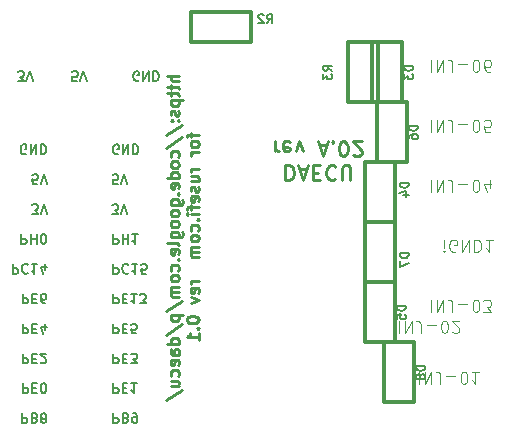
<source format=gbo>
G04 (created by PCBNEW (2013-07-07 BZR 4022)-stable) date 16/12/2013 14:51:33*
%MOIN*%
G04 Gerber Fmt 3.4, Leading zero omitted, Abs format*
%FSLAX34Y34*%
G01*
G70*
G90*
G04 APERTURE LIST*
%ADD10C,0.00590551*%
%ADD11C,0.005*%
%ADD12C,0.01*%
%ADD13C,0.0045*%
%ADD14C,0.012*%
G04 APERTURE END LIST*
G54D10*
G54D11*
X72288Y-47740D02*
X72486Y-47740D01*
X72379Y-47618D01*
X72425Y-47618D01*
X72455Y-47603D01*
X72470Y-47588D01*
X72486Y-47557D01*
X72486Y-47481D01*
X72470Y-47450D01*
X72455Y-47435D01*
X72425Y-47420D01*
X72333Y-47420D01*
X72303Y-47435D01*
X72288Y-47450D01*
X72577Y-47740D02*
X72684Y-47420D01*
X72790Y-47740D01*
X74269Y-47740D02*
X74116Y-47740D01*
X74101Y-47588D01*
X74116Y-47603D01*
X74147Y-47618D01*
X74223Y-47618D01*
X74253Y-47603D01*
X74269Y-47588D01*
X74284Y-47557D01*
X74284Y-47481D01*
X74269Y-47450D01*
X74253Y-47435D01*
X74223Y-47420D01*
X74147Y-47420D01*
X74116Y-47435D01*
X74101Y-47450D01*
X74375Y-47740D02*
X74482Y-47420D01*
X74589Y-47740D01*
X76326Y-47725D02*
X76295Y-47740D01*
X76249Y-47740D01*
X76204Y-47725D01*
X76173Y-47694D01*
X76158Y-47664D01*
X76143Y-47603D01*
X76143Y-47557D01*
X76158Y-47496D01*
X76173Y-47466D01*
X76204Y-47435D01*
X76249Y-47420D01*
X76280Y-47420D01*
X76326Y-47435D01*
X76341Y-47450D01*
X76341Y-47557D01*
X76280Y-47557D01*
X76478Y-47420D02*
X76478Y-47740D01*
X76661Y-47420D01*
X76661Y-47740D01*
X76813Y-47420D02*
X76813Y-47740D01*
X76890Y-47740D01*
X76935Y-47725D01*
X76966Y-47694D01*
X76981Y-47664D01*
X76996Y-47603D01*
X76996Y-47557D01*
X76981Y-47496D01*
X76966Y-47466D01*
X76935Y-47435D01*
X76890Y-47420D01*
X76813Y-47420D01*
X72431Y-58820D02*
X72431Y-59140D01*
X72553Y-59140D01*
X72583Y-59125D01*
X72599Y-59110D01*
X72614Y-59079D01*
X72614Y-59033D01*
X72599Y-59003D01*
X72583Y-58988D01*
X72553Y-58972D01*
X72431Y-58972D01*
X72858Y-58988D02*
X72903Y-58972D01*
X72919Y-58957D01*
X72934Y-58927D01*
X72934Y-58881D01*
X72919Y-58850D01*
X72903Y-58835D01*
X72873Y-58820D01*
X72751Y-58820D01*
X72751Y-59140D01*
X72858Y-59140D01*
X72888Y-59125D01*
X72903Y-59110D01*
X72919Y-59079D01*
X72919Y-59049D01*
X72903Y-59018D01*
X72888Y-59003D01*
X72858Y-58988D01*
X72751Y-58988D01*
X73117Y-59003D02*
X73086Y-59018D01*
X73071Y-59033D01*
X73056Y-59064D01*
X73056Y-59079D01*
X73071Y-59110D01*
X73086Y-59125D01*
X73117Y-59140D01*
X73178Y-59140D01*
X73208Y-59125D01*
X73223Y-59110D01*
X73239Y-59079D01*
X73239Y-59064D01*
X73223Y-59033D01*
X73208Y-59018D01*
X73178Y-59003D01*
X73117Y-59003D01*
X73086Y-58988D01*
X73071Y-58972D01*
X73056Y-58942D01*
X73056Y-58881D01*
X73071Y-58850D01*
X73086Y-58835D01*
X73117Y-58820D01*
X73178Y-58820D01*
X73208Y-58835D01*
X73223Y-58850D01*
X73239Y-58881D01*
X73239Y-58942D01*
X73223Y-58972D01*
X73208Y-58988D01*
X73178Y-59003D01*
X72461Y-57824D02*
X72461Y-58144D01*
X72583Y-58144D01*
X72614Y-58129D01*
X72629Y-58114D01*
X72644Y-58083D01*
X72644Y-58037D01*
X72629Y-58007D01*
X72614Y-57992D01*
X72583Y-57976D01*
X72461Y-57976D01*
X72781Y-57992D02*
X72888Y-57992D01*
X72934Y-57824D02*
X72781Y-57824D01*
X72781Y-58144D01*
X72934Y-58144D01*
X73132Y-58144D02*
X73162Y-58144D01*
X73193Y-58129D01*
X73208Y-58114D01*
X73223Y-58083D01*
X73239Y-58022D01*
X73239Y-57946D01*
X73223Y-57885D01*
X73208Y-57854D01*
X73193Y-57839D01*
X73162Y-57824D01*
X73132Y-57824D01*
X73101Y-57839D01*
X73086Y-57854D01*
X73071Y-57885D01*
X73056Y-57946D01*
X73056Y-58022D01*
X73071Y-58083D01*
X73086Y-58114D01*
X73101Y-58129D01*
X73132Y-58144D01*
X72461Y-56828D02*
X72461Y-57148D01*
X72583Y-57148D01*
X72614Y-57133D01*
X72629Y-57118D01*
X72644Y-57087D01*
X72644Y-57041D01*
X72629Y-57011D01*
X72614Y-56996D01*
X72583Y-56980D01*
X72461Y-56980D01*
X72781Y-56996D02*
X72888Y-56996D01*
X72934Y-56828D02*
X72781Y-56828D01*
X72781Y-57148D01*
X72934Y-57148D01*
X73056Y-57118D02*
X73071Y-57133D01*
X73101Y-57148D01*
X73178Y-57148D01*
X73208Y-57133D01*
X73223Y-57118D01*
X73239Y-57087D01*
X73239Y-57057D01*
X73223Y-57011D01*
X73040Y-56828D01*
X73239Y-56828D01*
X72461Y-55832D02*
X72461Y-56152D01*
X72583Y-56152D01*
X72614Y-56137D01*
X72629Y-56122D01*
X72644Y-56091D01*
X72644Y-56045D01*
X72629Y-56015D01*
X72614Y-56000D01*
X72583Y-55984D01*
X72461Y-55984D01*
X72781Y-56000D02*
X72888Y-56000D01*
X72934Y-55832D02*
X72781Y-55832D01*
X72781Y-56152D01*
X72934Y-56152D01*
X73208Y-56045D02*
X73208Y-55832D01*
X73132Y-56167D02*
X73056Y-55939D01*
X73254Y-55939D01*
X72461Y-54836D02*
X72461Y-55156D01*
X72583Y-55156D01*
X72614Y-55141D01*
X72629Y-55126D01*
X72644Y-55095D01*
X72644Y-55049D01*
X72629Y-55019D01*
X72614Y-55004D01*
X72583Y-54988D01*
X72461Y-54988D01*
X72781Y-55004D02*
X72888Y-55004D01*
X72934Y-54836D02*
X72781Y-54836D01*
X72781Y-55156D01*
X72934Y-55156D01*
X73208Y-55156D02*
X73147Y-55156D01*
X73117Y-55141D01*
X73101Y-55126D01*
X73071Y-55080D01*
X73056Y-55019D01*
X73056Y-54897D01*
X73071Y-54866D01*
X73086Y-54851D01*
X73117Y-54836D01*
X73178Y-54836D01*
X73208Y-54851D01*
X73223Y-54866D01*
X73239Y-54897D01*
X73239Y-54973D01*
X73223Y-55004D01*
X73208Y-55019D01*
X73178Y-55034D01*
X73117Y-55034D01*
X73086Y-55019D01*
X73071Y-55004D01*
X73056Y-54973D01*
X72126Y-53840D02*
X72126Y-54160D01*
X72248Y-54160D01*
X72279Y-54145D01*
X72294Y-54130D01*
X72309Y-54099D01*
X72309Y-54053D01*
X72294Y-54023D01*
X72279Y-54008D01*
X72248Y-53992D01*
X72126Y-53992D01*
X72629Y-53870D02*
X72614Y-53855D01*
X72568Y-53840D01*
X72538Y-53840D01*
X72492Y-53855D01*
X72461Y-53886D01*
X72446Y-53916D01*
X72431Y-53977D01*
X72431Y-54023D01*
X72446Y-54084D01*
X72461Y-54114D01*
X72492Y-54145D01*
X72538Y-54160D01*
X72568Y-54160D01*
X72614Y-54145D01*
X72629Y-54130D01*
X72934Y-53840D02*
X72751Y-53840D01*
X72842Y-53840D02*
X72842Y-54160D01*
X72812Y-54114D01*
X72781Y-54084D01*
X72751Y-54069D01*
X73208Y-54053D02*
X73208Y-53840D01*
X73132Y-54175D02*
X73056Y-53947D01*
X73254Y-53947D01*
X72416Y-52844D02*
X72416Y-53164D01*
X72538Y-53164D01*
X72568Y-53149D01*
X72583Y-53134D01*
X72599Y-53103D01*
X72599Y-53057D01*
X72583Y-53027D01*
X72568Y-53012D01*
X72538Y-52996D01*
X72416Y-52996D01*
X72736Y-52844D02*
X72736Y-53164D01*
X72736Y-53012D02*
X72919Y-53012D01*
X72919Y-52844D02*
X72919Y-53164D01*
X73132Y-53164D02*
X73162Y-53164D01*
X73193Y-53149D01*
X73208Y-53134D01*
X73223Y-53103D01*
X73239Y-53042D01*
X73239Y-52966D01*
X73223Y-52905D01*
X73208Y-52874D01*
X73193Y-52859D01*
X73162Y-52844D01*
X73132Y-52844D01*
X73101Y-52859D01*
X73086Y-52874D01*
X73071Y-52905D01*
X73056Y-52966D01*
X73056Y-53042D01*
X73071Y-53103D01*
X73086Y-53134D01*
X73101Y-53149D01*
X73132Y-53164D01*
X72766Y-52168D02*
X72964Y-52168D01*
X72858Y-52046D01*
X72903Y-52046D01*
X72934Y-52031D01*
X72949Y-52016D01*
X72964Y-51985D01*
X72964Y-51909D01*
X72949Y-51878D01*
X72934Y-51863D01*
X72903Y-51848D01*
X72812Y-51848D01*
X72781Y-51863D01*
X72766Y-51878D01*
X73056Y-52168D02*
X73162Y-51848D01*
X73269Y-52168D01*
X72949Y-51172D02*
X72797Y-51172D01*
X72781Y-51020D01*
X72797Y-51035D01*
X72827Y-51050D01*
X72903Y-51050D01*
X72934Y-51035D01*
X72949Y-51020D01*
X72964Y-50989D01*
X72964Y-50913D01*
X72949Y-50882D01*
X72934Y-50867D01*
X72903Y-50852D01*
X72827Y-50852D01*
X72797Y-50867D01*
X72781Y-50882D01*
X73056Y-51172D02*
X73162Y-50852D01*
X73269Y-51172D01*
X72568Y-50161D02*
X72538Y-50176D01*
X72492Y-50176D01*
X72446Y-50161D01*
X72416Y-50130D01*
X72400Y-50100D01*
X72385Y-50039D01*
X72385Y-49993D01*
X72400Y-49932D01*
X72416Y-49902D01*
X72446Y-49871D01*
X72492Y-49856D01*
X72522Y-49856D01*
X72568Y-49871D01*
X72583Y-49886D01*
X72583Y-49993D01*
X72522Y-49993D01*
X72720Y-49856D02*
X72720Y-50176D01*
X72903Y-49856D01*
X72903Y-50176D01*
X73056Y-49856D02*
X73056Y-50176D01*
X73132Y-50176D01*
X73178Y-50161D01*
X73208Y-50130D01*
X73223Y-50100D01*
X73239Y-50039D01*
X73239Y-49993D01*
X73223Y-49932D01*
X73208Y-49902D01*
X73178Y-49871D01*
X73132Y-49856D01*
X73056Y-49856D01*
X75476Y-58820D02*
X75476Y-59140D01*
X75598Y-59140D01*
X75628Y-59125D01*
X75643Y-59110D01*
X75659Y-59079D01*
X75659Y-59033D01*
X75643Y-59003D01*
X75628Y-58988D01*
X75598Y-58972D01*
X75476Y-58972D01*
X75902Y-58988D02*
X75948Y-58972D01*
X75963Y-58957D01*
X75979Y-58927D01*
X75979Y-58881D01*
X75963Y-58850D01*
X75948Y-58835D01*
X75918Y-58820D01*
X75796Y-58820D01*
X75796Y-59140D01*
X75902Y-59140D01*
X75933Y-59125D01*
X75948Y-59110D01*
X75963Y-59079D01*
X75963Y-59049D01*
X75948Y-59018D01*
X75933Y-59003D01*
X75902Y-58988D01*
X75796Y-58988D01*
X76131Y-58820D02*
X76192Y-58820D01*
X76222Y-58835D01*
X76238Y-58850D01*
X76268Y-58896D01*
X76283Y-58957D01*
X76283Y-59079D01*
X76268Y-59110D01*
X76253Y-59125D01*
X76222Y-59140D01*
X76161Y-59140D01*
X76131Y-59125D01*
X76116Y-59110D01*
X76100Y-59079D01*
X76100Y-59003D01*
X76116Y-58972D01*
X76131Y-58957D01*
X76161Y-58942D01*
X76222Y-58942D01*
X76253Y-58957D01*
X76268Y-58972D01*
X76283Y-59003D01*
X75476Y-57824D02*
X75476Y-58144D01*
X75598Y-58144D01*
X75628Y-58129D01*
X75643Y-58114D01*
X75659Y-58083D01*
X75659Y-58037D01*
X75643Y-58007D01*
X75628Y-57992D01*
X75598Y-57976D01*
X75476Y-57976D01*
X75796Y-57992D02*
X75902Y-57992D01*
X75948Y-57824D02*
X75796Y-57824D01*
X75796Y-58144D01*
X75948Y-58144D01*
X76253Y-57824D02*
X76070Y-57824D01*
X76161Y-57824D02*
X76161Y-58144D01*
X76131Y-58098D01*
X76100Y-58068D01*
X76070Y-58053D01*
X75476Y-56828D02*
X75476Y-57148D01*
X75598Y-57148D01*
X75628Y-57133D01*
X75643Y-57118D01*
X75659Y-57087D01*
X75659Y-57041D01*
X75643Y-57011D01*
X75628Y-56996D01*
X75598Y-56980D01*
X75476Y-56980D01*
X75796Y-56996D02*
X75902Y-56996D01*
X75948Y-56828D02*
X75796Y-56828D01*
X75796Y-57148D01*
X75948Y-57148D01*
X76055Y-57148D02*
X76253Y-57148D01*
X76146Y-57026D01*
X76192Y-57026D01*
X76222Y-57011D01*
X76238Y-56996D01*
X76253Y-56965D01*
X76253Y-56889D01*
X76238Y-56858D01*
X76222Y-56843D01*
X76192Y-56828D01*
X76100Y-56828D01*
X76070Y-56843D01*
X76055Y-56858D01*
X75476Y-55832D02*
X75476Y-56152D01*
X75598Y-56152D01*
X75628Y-56137D01*
X75643Y-56122D01*
X75659Y-56091D01*
X75659Y-56045D01*
X75643Y-56015D01*
X75628Y-56000D01*
X75598Y-55984D01*
X75476Y-55984D01*
X75796Y-56000D02*
X75902Y-56000D01*
X75948Y-55832D02*
X75796Y-55832D01*
X75796Y-56152D01*
X75948Y-56152D01*
X76238Y-56152D02*
X76085Y-56152D01*
X76070Y-56000D01*
X76085Y-56015D01*
X76116Y-56030D01*
X76192Y-56030D01*
X76222Y-56015D01*
X76238Y-56000D01*
X76253Y-55969D01*
X76253Y-55893D01*
X76238Y-55862D01*
X76222Y-55847D01*
X76192Y-55832D01*
X76116Y-55832D01*
X76085Y-55847D01*
X76070Y-55862D01*
X75476Y-54836D02*
X75476Y-55156D01*
X75598Y-55156D01*
X75628Y-55141D01*
X75643Y-55126D01*
X75659Y-55095D01*
X75659Y-55049D01*
X75643Y-55019D01*
X75628Y-55004D01*
X75598Y-54988D01*
X75476Y-54988D01*
X75796Y-55004D02*
X75902Y-55004D01*
X75948Y-54836D02*
X75796Y-54836D01*
X75796Y-55156D01*
X75948Y-55156D01*
X76253Y-54836D02*
X76070Y-54836D01*
X76161Y-54836D02*
X76161Y-55156D01*
X76131Y-55110D01*
X76100Y-55080D01*
X76070Y-55065D01*
X76359Y-55156D02*
X76558Y-55156D01*
X76451Y-55034D01*
X76497Y-55034D01*
X76527Y-55019D01*
X76542Y-55004D01*
X76558Y-54973D01*
X76558Y-54897D01*
X76542Y-54866D01*
X76527Y-54851D01*
X76497Y-54836D01*
X76405Y-54836D01*
X76375Y-54851D01*
X76359Y-54866D01*
X75476Y-53840D02*
X75476Y-54160D01*
X75598Y-54160D01*
X75628Y-54145D01*
X75643Y-54130D01*
X75659Y-54099D01*
X75659Y-54053D01*
X75643Y-54023D01*
X75628Y-54008D01*
X75598Y-53992D01*
X75476Y-53992D01*
X75979Y-53870D02*
X75963Y-53855D01*
X75918Y-53840D01*
X75887Y-53840D01*
X75841Y-53855D01*
X75811Y-53886D01*
X75796Y-53916D01*
X75780Y-53977D01*
X75780Y-54023D01*
X75796Y-54084D01*
X75811Y-54114D01*
X75841Y-54145D01*
X75887Y-54160D01*
X75918Y-54160D01*
X75963Y-54145D01*
X75979Y-54130D01*
X76283Y-53840D02*
X76100Y-53840D01*
X76192Y-53840D02*
X76192Y-54160D01*
X76161Y-54114D01*
X76131Y-54084D01*
X76100Y-54069D01*
X76573Y-54160D02*
X76420Y-54160D01*
X76405Y-54008D01*
X76420Y-54023D01*
X76451Y-54038D01*
X76527Y-54038D01*
X76558Y-54023D01*
X76573Y-54008D01*
X76588Y-53977D01*
X76588Y-53901D01*
X76573Y-53870D01*
X76558Y-53855D01*
X76527Y-53840D01*
X76451Y-53840D01*
X76420Y-53855D01*
X76405Y-53870D01*
X75476Y-52844D02*
X75476Y-53164D01*
X75598Y-53164D01*
X75628Y-53149D01*
X75643Y-53134D01*
X75659Y-53103D01*
X75659Y-53057D01*
X75643Y-53027D01*
X75628Y-53012D01*
X75598Y-52996D01*
X75476Y-52996D01*
X75796Y-52844D02*
X75796Y-53164D01*
X75796Y-53012D02*
X75979Y-53012D01*
X75979Y-52844D02*
X75979Y-53164D01*
X76299Y-52844D02*
X76116Y-52844D01*
X76207Y-52844D02*
X76207Y-53164D01*
X76177Y-53118D01*
X76146Y-53088D01*
X76116Y-53073D01*
X75445Y-52168D02*
X75643Y-52168D01*
X75537Y-52046D01*
X75582Y-52046D01*
X75613Y-52031D01*
X75628Y-52016D01*
X75643Y-51985D01*
X75643Y-51909D01*
X75628Y-51878D01*
X75613Y-51863D01*
X75582Y-51848D01*
X75491Y-51848D01*
X75460Y-51863D01*
X75445Y-51878D01*
X75735Y-52168D02*
X75841Y-51848D01*
X75948Y-52168D01*
X75628Y-51172D02*
X75476Y-51172D01*
X75460Y-51020D01*
X75476Y-51035D01*
X75506Y-51050D01*
X75582Y-51050D01*
X75613Y-51035D01*
X75628Y-51020D01*
X75643Y-50989D01*
X75643Y-50913D01*
X75628Y-50882D01*
X75613Y-50867D01*
X75582Y-50852D01*
X75506Y-50852D01*
X75476Y-50867D01*
X75460Y-50882D01*
X75735Y-51172D02*
X75841Y-50852D01*
X75948Y-51172D01*
X75643Y-50161D02*
X75613Y-50176D01*
X75567Y-50176D01*
X75521Y-50161D01*
X75491Y-50130D01*
X75476Y-50100D01*
X75460Y-50039D01*
X75460Y-49993D01*
X75476Y-49932D01*
X75491Y-49902D01*
X75521Y-49871D01*
X75567Y-49856D01*
X75598Y-49856D01*
X75643Y-49871D01*
X75659Y-49886D01*
X75659Y-49993D01*
X75598Y-49993D01*
X75796Y-49856D02*
X75796Y-50176D01*
X75979Y-49856D01*
X75979Y-50176D01*
X76131Y-49856D02*
X76131Y-50176D01*
X76207Y-50176D01*
X76253Y-50161D01*
X76283Y-50130D01*
X76299Y-50100D01*
X76314Y-50039D01*
X76314Y-49993D01*
X76299Y-49932D01*
X76283Y-49902D01*
X76253Y-49871D01*
X76207Y-49856D01*
X76131Y-49856D01*
G54D12*
X81216Y-50547D02*
X81216Y-51047D01*
X81335Y-51047D01*
X81407Y-51023D01*
X81454Y-50976D01*
X81478Y-50928D01*
X81502Y-50833D01*
X81502Y-50761D01*
X81478Y-50666D01*
X81454Y-50619D01*
X81407Y-50571D01*
X81335Y-50547D01*
X81216Y-50547D01*
X81692Y-50690D02*
X81930Y-50690D01*
X81645Y-50547D02*
X81811Y-51047D01*
X81978Y-50547D01*
X82145Y-50809D02*
X82311Y-50809D01*
X82383Y-50547D02*
X82145Y-50547D01*
X82145Y-51047D01*
X82383Y-51047D01*
X82883Y-50595D02*
X82859Y-50571D01*
X82788Y-50547D01*
X82740Y-50547D01*
X82669Y-50571D01*
X82621Y-50619D01*
X82597Y-50666D01*
X82573Y-50761D01*
X82573Y-50833D01*
X82597Y-50928D01*
X82621Y-50976D01*
X82669Y-51023D01*
X82740Y-51047D01*
X82788Y-51047D01*
X82859Y-51023D01*
X82883Y-51000D01*
X83097Y-51047D02*
X83097Y-50642D01*
X83121Y-50595D01*
X83145Y-50571D01*
X83192Y-50547D01*
X83288Y-50547D01*
X83335Y-50571D01*
X83359Y-50595D01*
X83383Y-50642D01*
X83383Y-51047D01*
X80859Y-49747D02*
X80859Y-50080D01*
X80859Y-49985D02*
X80883Y-50033D01*
X80907Y-50057D01*
X80954Y-50080D01*
X81002Y-50080D01*
X81359Y-49771D02*
X81311Y-49747D01*
X81216Y-49747D01*
X81169Y-49771D01*
X81145Y-49819D01*
X81145Y-50009D01*
X81169Y-50057D01*
X81216Y-50080D01*
X81311Y-50080D01*
X81359Y-50057D01*
X81383Y-50009D01*
X81383Y-49961D01*
X81145Y-49914D01*
X81550Y-50080D02*
X81669Y-49747D01*
X81788Y-50080D01*
X82335Y-49890D02*
X82573Y-49890D01*
X82288Y-49747D02*
X82454Y-50247D01*
X82621Y-49747D01*
X82788Y-49795D02*
X82811Y-49771D01*
X82788Y-49747D01*
X82764Y-49771D01*
X82788Y-49795D01*
X82788Y-49747D01*
X83121Y-50247D02*
X83169Y-50247D01*
X83216Y-50223D01*
X83240Y-50200D01*
X83264Y-50152D01*
X83288Y-50057D01*
X83288Y-49938D01*
X83264Y-49842D01*
X83240Y-49795D01*
X83216Y-49771D01*
X83169Y-49747D01*
X83121Y-49747D01*
X83073Y-49771D01*
X83049Y-49795D01*
X83026Y-49842D01*
X83002Y-49938D01*
X83002Y-50057D01*
X83026Y-50152D01*
X83049Y-50200D01*
X83073Y-50223D01*
X83121Y-50247D01*
X83478Y-50200D02*
X83502Y-50223D01*
X83549Y-50247D01*
X83669Y-50247D01*
X83716Y-50223D01*
X83740Y-50200D01*
X83764Y-50152D01*
X83764Y-50104D01*
X83740Y-50033D01*
X83454Y-49747D01*
X83764Y-49747D01*
X77661Y-47569D02*
X77261Y-47569D01*
X77661Y-47740D02*
X77452Y-47740D01*
X77414Y-47721D01*
X77395Y-47683D01*
X77395Y-47626D01*
X77414Y-47588D01*
X77433Y-47569D01*
X77395Y-47873D02*
X77395Y-48026D01*
X77261Y-47930D02*
X77604Y-47930D01*
X77642Y-47950D01*
X77661Y-47988D01*
X77661Y-48026D01*
X77395Y-48102D02*
X77395Y-48254D01*
X77261Y-48159D02*
X77604Y-48159D01*
X77642Y-48178D01*
X77661Y-48216D01*
X77661Y-48254D01*
X77395Y-48388D02*
X77795Y-48388D01*
X77414Y-48388D02*
X77395Y-48426D01*
X77395Y-48502D01*
X77414Y-48540D01*
X77433Y-48559D01*
X77471Y-48578D01*
X77585Y-48578D01*
X77623Y-48559D01*
X77642Y-48540D01*
X77661Y-48502D01*
X77661Y-48426D01*
X77642Y-48388D01*
X77642Y-48730D02*
X77661Y-48769D01*
X77661Y-48845D01*
X77642Y-48883D01*
X77604Y-48902D01*
X77585Y-48902D01*
X77547Y-48883D01*
X77528Y-48845D01*
X77528Y-48788D01*
X77509Y-48750D01*
X77471Y-48730D01*
X77452Y-48730D01*
X77414Y-48750D01*
X77395Y-48788D01*
X77395Y-48845D01*
X77414Y-48883D01*
X77623Y-49073D02*
X77642Y-49092D01*
X77661Y-49073D01*
X77642Y-49054D01*
X77623Y-49073D01*
X77661Y-49073D01*
X77414Y-49073D02*
X77433Y-49092D01*
X77452Y-49073D01*
X77433Y-49054D01*
X77414Y-49073D01*
X77452Y-49073D01*
X77242Y-49550D02*
X77757Y-49207D01*
X77242Y-49969D02*
X77757Y-49626D01*
X77642Y-50273D02*
X77661Y-50235D01*
X77661Y-50159D01*
X77642Y-50121D01*
X77623Y-50102D01*
X77585Y-50083D01*
X77471Y-50083D01*
X77433Y-50102D01*
X77414Y-50121D01*
X77395Y-50159D01*
X77395Y-50235D01*
X77414Y-50273D01*
X77661Y-50502D02*
X77642Y-50464D01*
X77623Y-50445D01*
X77585Y-50426D01*
X77471Y-50426D01*
X77433Y-50445D01*
X77414Y-50464D01*
X77395Y-50502D01*
X77395Y-50559D01*
X77414Y-50597D01*
X77433Y-50616D01*
X77471Y-50635D01*
X77585Y-50635D01*
X77623Y-50616D01*
X77642Y-50597D01*
X77661Y-50559D01*
X77661Y-50502D01*
X77661Y-50978D02*
X77261Y-50978D01*
X77642Y-50978D02*
X77661Y-50940D01*
X77661Y-50864D01*
X77642Y-50826D01*
X77623Y-50807D01*
X77585Y-50788D01*
X77471Y-50788D01*
X77433Y-50807D01*
X77414Y-50826D01*
X77395Y-50864D01*
X77395Y-50940D01*
X77414Y-50978D01*
X77642Y-51321D02*
X77661Y-51283D01*
X77661Y-51207D01*
X77642Y-51169D01*
X77604Y-51150D01*
X77452Y-51150D01*
X77414Y-51169D01*
X77395Y-51207D01*
X77395Y-51283D01*
X77414Y-51321D01*
X77452Y-51340D01*
X77490Y-51340D01*
X77528Y-51150D01*
X77623Y-51511D02*
X77642Y-51530D01*
X77661Y-51511D01*
X77642Y-51492D01*
X77623Y-51511D01*
X77661Y-51511D01*
X77395Y-51873D02*
X77719Y-51873D01*
X77757Y-51854D01*
X77776Y-51835D01*
X77795Y-51797D01*
X77795Y-51740D01*
X77776Y-51702D01*
X77642Y-51873D02*
X77661Y-51835D01*
X77661Y-51759D01*
X77642Y-51721D01*
X77623Y-51702D01*
X77585Y-51683D01*
X77471Y-51683D01*
X77433Y-51702D01*
X77414Y-51721D01*
X77395Y-51759D01*
X77395Y-51835D01*
X77414Y-51873D01*
X77661Y-52121D02*
X77642Y-52083D01*
X77623Y-52064D01*
X77585Y-52045D01*
X77471Y-52045D01*
X77433Y-52064D01*
X77414Y-52083D01*
X77395Y-52121D01*
X77395Y-52178D01*
X77414Y-52216D01*
X77433Y-52235D01*
X77471Y-52254D01*
X77585Y-52254D01*
X77623Y-52235D01*
X77642Y-52216D01*
X77661Y-52178D01*
X77661Y-52121D01*
X77661Y-52483D02*
X77642Y-52445D01*
X77623Y-52426D01*
X77585Y-52407D01*
X77471Y-52407D01*
X77433Y-52426D01*
X77414Y-52445D01*
X77395Y-52483D01*
X77395Y-52540D01*
X77414Y-52578D01*
X77433Y-52597D01*
X77471Y-52616D01*
X77585Y-52616D01*
X77623Y-52597D01*
X77642Y-52578D01*
X77661Y-52540D01*
X77661Y-52483D01*
X77395Y-52959D02*
X77719Y-52959D01*
X77757Y-52940D01*
X77776Y-52921D01*
X77795Y-52883D01*
X77795Y-52826D01*
X77776Y-52788D01*
X77642Y-52959D02*
X77661Y-52921D01*
X77661Y-52845D01*
X77642Y-52807D01*
X77623Y-52788D01*
X77585Y-52769D01*
X77471Y-52769D01*
X77433Y-52788D01*
X77414Y-52807D01*
X77395Y-52845D01*
X77395Y-52921D01*
X77414Y-52959D01*
X77661Y-53207D02*
X77642Y-53169D01*
X77604Y-53150D01*
X77261Y-53150D01*
X77642Y-53511D02*
X77661Y-53473D01*
X77661Y-53397D01*
X77642Y-53359D01*
X77604Y-53340D01*
X77452Y-53340D01*
X77414Y-53359D01*
X77395Y-53397D01*
X77395Y-53473D01*
X77414Y-53511D01*
X77452Y-53530D01*
X77490Y-53530D01*
X77528Y-53340D01*
X77623Y-53702D02*
X77642Y-53721D01*
X77661Y-53702D01*
X77642Y-53683D01*
X77623Y-53702D01*
X77661Y-53702D01*
X77642Y-54064D02*
X77661Y-54026D01*
X77661Y-53950D01*
X77642Y-53911D01*
X77623Y-53892D01*
X77585Y-53873D01*
X77471Y-53873D01*
X77433Y-53892D01*
X77414Y-53911D01*
X77395Y-53950D01*
X77395Y-54026D01*
X77414Y-54064D01*
X77661Y-54292D02*
X77642Y-54254D01*
X77623Y-54235D01*
X77585Y-54216D01*
X77471Y-54216D01*
X77433Y-54235D01*
X77414Y-54254D01*
X77395Y-54292D01*
X77395Y-54349D01*
X77414Y-54388D01*
X77433Y-54407D01*
X77471Y-54426D01*
X77585Y-54426D01*
X77623Y-54407D01*
X77642Y-54388D01*
X77661Y-54349D01*
X77661Y-54292D01*
X77661Y-54597D02*
X77395Y-54597D01*
X77433Y-54597D02*
X77414Y-54616D01*
X77395Y-54654D01*
X77395Y-54711D01*
X77414Y-54749D01*
X77452Y-54769D01*
X77661Y-54769D01*
X77452Y-54769D02*
X77414Y-54788D01*
X77395Y-54826D01*
X77395Y-54883D01*
X77414Y-54921D01*
X77452Y-54940D01*
X77661Y-54940D01*
X77242Y-55416D02*
X77757Y-55073D01*
X77395Y-55550D02*
X77795Y-55550D01*
X77414Y-55550D02*
X77395Y-55588D01*
X77395Y-55664D01*
X77414Y-55702D01*
X77433Y-55721D01*
X77471Y-55740D01*
X77585Y-55740D01*
X77623Y-55721D01*
X77642Y-55702D01*
X77661Y-55664D01*
X77661Y-55588D01*
X77642Y-55550D01*
X77242Y-56197D02*
X77757Y-55854D01*
X77661Y-56502D02*
X77261Y-56502D01*
X77642Y-56502D02*
X77661Y-56464D01*
X77661Y-56388D01*
X77642Y-56350D01*
X77623Y-56330D01*
X77585Y-56311D01*
X77471Y-56311D01*
X77433Y-56330D01*
X77414Y-56350D01*
X77395Y-56388D01*
X77395Y-56464D01*
X77414Y-56502D01*
X77661Y-56864D02*
X77452Y-56864D01*
X77414Y-56845D01*
X77395Y-56807D01*
X77395Y-56730D01*
X77414Y-56692D01*
X77642Y-56864D02*
X77661Y-56826D01*
X77661Y-56730D01*
X77642Y-56692D01*
X77604Y-56673D01*
X77566Y-56673D01*
X77528Y-56692D01*
X77509Y-56730D01*
X77509Y-56826D01*
X77490Y-56864D01*
X77642Y-57207D02*
X77661Y-57169D01*
X77661Y-57092D01*
X77642Y-57054D01*
X77604Y-57035D01*
X77452Y-57035D01*
X77414Y-57054D01*
X77395Y-57092D01*
X77395Y-57169D01*
X77414Y-57207D01*
X77452Y-57226D01*
X77490Y-57226D01*
X77528Y-57035D01*
X77642Y-57569D02*
X77661Y-57530D01*
X77661Y-57454D01*
X77642Y-57416D01*
X77623Y-57397D01*
X77585Y-57378D01*
X77471Y-57378D01*
X77433Y-57397D01*
X77414Y-57416D01*
X77395Y-57454D01*
X77395Y-57530D01*
X77414Y-57569D01*
X77395Y-57911D02*
X77661Y-57911D01*
X77395Y-57740D02*
X77604Y-57740D01*
X77642Y-57759D01*
X77661Y-57797D01*
X77661Y-57854D01*
X77642Y-57892D01*
X77623Y-57911D01*
X77242Y-58388D02*
X77757Y-58045D01*
X78055Y-49473D02*
X78055Y-49626D01*
X78321Y-49530D02*
X77979Y-49530D01*
X77940Y-49550D01*
X77921Y-49588D01*
X77921Y-49626D01*
X78321Y-49816D02*
X78302Y-49778D01*
X78283Y-49759D01*
X78245Y-49740D01*
X78131Y-49740D01*
X78093Y-49759D01*
X78074Y-49778D01*
X78055Y-49816D01*
X78055Y-49873D01*
X78074Y-49911D01*
X78093Y-49930D01*
X78131Y-49950D01*
X78245Y-49950D01*
X78283Y-49930D01*
X78302Y-49911D01*
X78321Y-49873D01*
X78321Y-49816D01*
X78321Y-50121D02*
X78055Y-50121D01*
X78131Y-50121D02*
X78093Y-50140D01*
X78074Y-50159D01*
X78055Y-50197D01*
X78055Y-50235D01*
X78321Y-50673D02*
X78055Y-50673D01*
X78131Y-50673D02*
X78093Y-50692D01*
X78074Y-50711D01*
X78055Y-50750D01*
X78055Y-50788D01*
X78055Y-51092D02*
X78321Y-51092D01*
X78055Y-50921D02*
X78264Y-50921D01*
X78302Y-50940D01*
X78321Y-50978D01*
X78321Y-51035D01*
X78302Y-51073D01*
X78283Y-51092D01*
X78302Y-51264D02*
X78321Y-51302D01*
X78321Y-51378D01*
X78302Y-51416D01*
X78264Y-51435D01*
X78245Y-51435D01*
X78207Y-51416D01*
X78188Y-51378D01*
X78188Y-51321D01*
X78169Y-51283D01*
X78131Y-51264D01*
X78112Y-51264D01*
X78074Y-51283D01*
X78055Y-51321D01*
X78055Y-51378D01*
X78074Y-51416D01*
X78302Y-51759D02*
X78321Y-51721D01*
X78321Y-51645D01*
X78302Y-51607D01*
X78264Y-51588D01*
X78112Y-51588D01*
X78074Y-51607D01*
X78055Y-51645D01*
X78055Y-51721D01*
X78074Y-51759D01*
X78112Y-51778D01*
X78150Y-51778D01*
X78188Y-51588D01*
X78055Y-51892D02*
X78055Y-52045D01*
X78321Y-51950D02*
X77979Y-51950D01*
X77940Y-51969D01*
X77921Y-52007D01*
X77921Y-52045D01*
X78321Y-52178D02*
X78055Y-52178D01*
X77921Y-52178D02*
X77940Y-52159D01*
X77960Y-52178D01*
X77940Y-52197D01*
X77921Y-52178D01*
X77960Y-52178D01*
X78283Y-52369D02*
X78302Y-52388D01*
X78321Y-52369D01*
X78302Y-52350D01*
X78283Y-52369D01*
X78321Y-52369D01*
X78302Y-52730D02*
X78321Y-52692D01*
X78321Y-52616D01*
X78302Y-52578D01*
X78283Y-52559D01*
X78245Y-52540D01*
X78131Y-52540D01*
X78093Y-52559D01*
X78074Y-52578D01*
X78055Y-52616D01*
X78055Y-52692D01*
X78074Y-52730D01*
X78321Y-52959D02*
X78302Y-52921D01*
X78283Y-52902D01*
X78245Y-52883D01*
X78131Y-52883D01*
X78093Y-52902D01*
X78074Y-52921D01*
X78055Y-52959D01*
X78055Y-53016D01*
X78074Y-53054D01*
X78093Y-53073D01*
X78131Y-53092D01*
X78245Y-53092D01*
X78283Y-53073D01*
X78302Y-53054D01*
X78321Y-53016D01*
X78321Y-52959D01*
X78321Y-53264D02*
X78055Y-53264D01*
X78093Y-53264D02*
X78074Y-53283D01*
X78055Y-53321D01*
X78055Y-53378D01*
X78074Y-53416D01*
X78112Y-53435D01*
X78321Y-53435D01*
X78112Y-53435D02*
X78074Y-53454D01*
X78055Y-53492D01*
X78055Y-53550D01*
X78074Y-53588D01*
X78112Y-53607D01*
X78321Y-53607D01*
X78321Y-54407D02*
X78055Y-54407D01*
X78131Y-54407D02*
X78093Y-54426D01*
X78074Y-54445D01*
X78055Y-54483D01*
X78055Y-54521D01*
X78302Y-54807D02*
X78321Y-54769D01*
X78321Y-54692D01*
X78302Y-54654D01*
X78264Y-54635D01*
X78112Y-54635D01*
X78074Y-54654D01*
X78055Y-54692D01*
X78055Y-54769D01*
X78074Y-54807D01*
X78112Y-54826D01*
X78150Y-54826D01*
X78188Y-54635D01*
X78055Y-54959D02*
X78321Y-55054D01*
X78055Y-55149D01*
X77921Y-55683D02*
X77921Y-55721D01*
X77940Y-55759D01*
X77960Y-55778D01*
X77998Y-55797D01*
X78074Y-55816D01*
X78169Y-55816D01*
X78245Y-55797D01*
X78283Y-55778D01*
X78302Y-55759D01*
X78321Y-55721D01*
X78321Y-55683D01*
X78302Y-55645D01*
X78283Y-55626D01*
X78245Y-55607D01*
X78169Y-55588D01*
X78074Y-55588D01*
X77998Y-55607D01*
X77960Y-55626D01*
X77940Y-55645D01*
X77921Y-55683D01*
X78283Y-55988D02*
X78302Y-56007D01*
X78321Y-55988D01*
X78302Y-55969D01*
X78283Y-55988D01*
X78321Y-55988D01*
X78321Y-56388D02*
X78321Y-56159D01*
X78321Y-56273D02*
X77921Y-56273D01*
X77979Y-56235D01*
X78017Y-56197D01*
X78036Y-56159D01*
G54D13*
X86059Y-51038D02*
X86059Y-51438D01*
X86250Y-51038D02*
X86250Y-51438D01*
X86478Y-51038D01*
X86478Y-51438D01*
X86783Y-51438D02*
X86783Y-51152D01*
X86764Y-51095D01*
X86726Y-51057D01*
X86669Y-51038D01*
X86630Y-51038D01*
X86973Y-51190D02*
X87278Y-51190D01*
X87545Y-51438D02*
X87583Y-51438D01*
X87621Y-51419D01*
X87640Y-51400D01*
X87659Y-51361D01*
X87678Y-51285D01*
X87678Y-51190D01*
X87659Y-51114D01*
X87640Y-51076D01*
X87621Y-51057D01*
X87583Y-51038D01*
X87545Y-51038D01*
X87507Y-51057D01*
X87488Y-51076D01*
X87469Y-51114D01*
X87450Y-51190D01*
X87450Y-51285D01*
X87469Y-51361D01*
X87488Y-51400D01*
X87507Y-51419D01*
X87545Y-51438D01*
X88021Y-51304D02*
X88021Y-51038D01*
X87926Y-51457D02*
X87830Y-51171D01*
X88078Y-51171D01*
X86059Y-49038D02*
X86059Y-49438D01*
X86250Y-49038D02*
X86250Y-49438D01*
X86478Y-49038D01*
X86478Y-49438D01*
X86783Y-49438D02*
X86783Y-49152D01*
X86764Y-49095D01*
X86726Y-49057D01*
X86669Y-49038D01*
X86630Y-49038D01*
X86973Y-49190D02*
X87278Y-49190D01*
X87545Y-49438D02*
X87583Y-49438D01*
X87621Y-49419D01*
X87640Y-49400D01*
X87659Y-49361D01*
X87678Y-49285D01*
X87678Y-49190D01*
X87659Y-49114D01*
X87640Y-49076D01*
X87621Y-49057D01*
X87583Y-49038D01*
X87545Y-49038D01*
X87507Y-49057D01*
X87488Y-49076D01*
X87469Y-49114D01*
X87450Y-49190D01*
X87450Y-49285D01*
X87469Y-49361D01*
X87488Y-49400D01*
X87507Y-49419D01*
X87545Y-49438D01*
X88040Y-49438D02*
X87850Y-49438D01*
X87830Y-49247D01*
X87850Y-49266D01*
X87888Y-49285D01*
X87983Y-49285D01*
X88021Y-49266D01*
X88040Y-49247D01*
X88059Y-49209D01*
X88059Y-49114D01*
X88040Y-49076D01*
X88021Y-49057D01*
X87983Y-49038D01*
X87888Y-49038D01*
X87850Y-49057D01*
X87830Y-49076D01*
X86059Y-47038D02*
X86059Y-47438D01*
X86250Y-47038D02*
X86250Y-47438D01*
X86478Y-47038D01*
X86478Y-47438D01*
X86783Y-47438D02*
X86783Y-47152D01*
X86764Y-47095D01*
X86726Y-47057D01*
X86669Y-47038D01*
X86630Y-47038D01*
X86973Y-47190D02*
X87278Y-47190D01*
X87545Y-47438D02*
X87583Y-47438D01*
X87621Y-47419D01*
X87640Y-47400D01*
X87659Y-47361D01*
X87678Y-47285D01*
X87678Y-47190D01*
X87659Y-47114D01*
X87640Y-47076D01*
X87621Y-47057D01*
X87583Y-47038D01*
X87545Y-47038D01*
X87507Y-47057D01*
X87488Y-47076D01*
X87469Y-47114D01*
X87450Y-47190D01*
X87450Y-47285D01*
X87469Y-47361D01*
X87488Y-47400D01*
X87507Y-47419D01*
X87545Y-47438D01*
X88021Y-47438D02*
X87945Y-47438D01*
X87907Y-47419D01*
X87888Y-47400D01*
X87850Y-47342D01*
X87830Y-47266D01*
X87830Y-47114D01*
X87850Y-47076D01*
X87869Y-47057D01*
X87907Y-47038D01*
X87983Y-47038D01*
X88021Y-47057D01*
X88040Y-47076D01*
X88059Y-47114D01*
X88059Y-47209D01*
X88040Y-47247D01*
X88021Y-47266D01*
X87983Y-47285D01*
X87907Y-47285D01*
X87869Y-47266D01*
X87850Y-47247D01*
X87830Y-47209D01*
X86059Y-55038D02*
X86059Y-55438D01*
X86250Y-55038D02*
X86250Y-55438D01*
X86478Y-55038D01*
X86478Y-55438D01*
X86783Y-55438D02*
X86783Y-55152D01*
X86764Y-55095D01*
X86726Y-55057D01*
X86669Y-55038D01*
X86630Y-55038D01*
X86973Y-55190D02*
X87278Y-55190D01*
X87545Y-55438D02*
X87583Y-55438D01*
X87621Y-55419D01*
X87640Y-55400D01*
X87659Y-55361D01*
X87678Y-55285D01*
X87678Y-55190D01*
X87659Y-55114D01*
X87640Y-55076D01*
X87621Y-55057D01*
X87583Y-55038D01*
X87545Y-55038D01*
X87507Y-55057D01*
X87488Y-55076D01*
X87469Y-55114D01*
X87450Y-55190D01*
X87450Y-55285D01*
X87469Y-55361D01*
X87488Y-55400D01*
X87507Y-55419D01*
X87545Y-55438D01*
X87811Y-55438D02*
X88059Y-55438D01*
X87926Y-55285D01*
X87983Y-55285D01*
X88021Y-55266D01*
X88040Y-55247D01*
X88059Y-55209D01*
X88059Y-55114D01*
X88040Y-55076D01*
X88021Y-55057D01*
X87983Y-55038D01*
X87869Y-55038D01*
X87830Y-55057D01*
X87811Y-55076D01*
X86500Y-53038D02*
X86500Y-53304D01*
X86500Y-53438D02*
X86480Y-53419D01*
X86500Y-53400D01*
X86519Y-53419D01*
X86500Y-53438D01*
X86500Y-53400D01*
X86900Y-53419D02*
X86861Y-53438D01*
X86804Y-53438D01*
X86747Y-53419D01*
X86709Y-53380D01*
X86690Y-53342D01*
X86671Y-53266D01*
X86671Y-53209D01*
X86690Y-53133D01*
X86709Y-53095D01*
X86747Y-53057D01*
X86804Y-53038D01*
X86842Y-53038D01*
X86900Y-53057D01*
X86919Y-53076D01*
X86919Y-53209D01*
X86842Y-53209D01*
X87090Y-53038D02*
X87090Y-53438D01*
X87319Y-53038D01*
X87319Y-53438D01*
X87509Y-53038D02*
X87509Y-53438D01*
X87604Y-53438D01*
X87661Y-53419D01*
X87700Y-53380D01*
X87719Y-53342D01*
X87738Y-53266D01*
X87738Y-53209D01*
X87719Y-53133D01*
X87700Y-53095D01*
X87661Y-53057D01*
X87604Y-53038D01*
X87509Y-53038D01*
X88119Y-53038D02*
X87890Y-53038D01*
X88004Y-53038D02*
X88004Y-53438D01*
X87966Y-53380D01*
X87928Y-53342D01*
X87890Y-53323D01*
X85009Y-55738D02*
X85009Y-56138D01*
X85200Y-55738D02*
X85200Y-56138D01*
X85428Y-55738D01*
X85428Y-56138D01*
X85733Y-56138D02*
X85733Y-55852D01*
X85714Y-55795D01*
X85676Y-55757D01*
X85619Y-55738D01*
X85580Y-55738D01*
X85923Y-55890D02*
X86228Y-55890D01*
X86495Y-56138D02*
X86533Y-56138D01*
X86571Y-56119D01*
X86590Y-56100D01*
X86609Y-56061D01*
X86628Y-55985D01*
X86628Y-55890D01*
X86609Y-55814D01*
X86590Y-55776D01*
X86571Y-55757D01*
X86533Y-55738D01*
X86495Y-55738D01*
X86457Y-55757D01*
X86438Y-55776D01*
X86419Y-55814D01*
X86400Y-55890D01*
X86400Y-55985D01*
X86419Y-56061D01*
X86438Y-56100D01*
X86457Y-56119D01*
X86495Y-56138D01*
X86780Y-56100D02*
X86800Y-56119D01*
X86838Y-56138D01*
X86933Y-56138D01*
X86971Y-56119D01*
X86990Y-56100D01*
X87009Y-56061D01*
X87009Y-56023D01*
X86990Y-55966D01*
X86761Y-55738D01*
X87009Y-55738D01*
X85659Y-57438D02*
X85659Y-57838D01*
X85850Y-57438D02*
X85850Y-57838D01*
X86078Y-57438D01*
X86078Y-57838D01*
X86383Y-57838D02*
X86383Y-57552D01*
X86364Y-57495D01*
X86326Y-57457D01*
X86269Y-57438D01*
X86230Y-57438D01*
X86573Y-57590D02*
X86878Y-57590D01*
X87145Y-57838D02*
X87183Y-57838D01*
X87221Y-57819D01*
X87240Y-57800D01*
X87259Y-57761D01*
X87278Y-57685D01*
X87278Y-57590D01*
X87259Y-57514D01*
X87240Y-57476D01*
X87221Y-57457D01*
X87183Y-57438D01*
X87145Y-57438D01*
X87107Y-57457D01*
X87088Y-57476D01*
X87069Y-57514D01*
X87050Y-57590D01*
X87050Y-57685D01*
X87069Y-57761D01*
X87088Y-57800D01*
X87107Y-57819D01*
X87145Y-57838D01*
X87659Y-57438D02*
X87430Y-57438D01*
X87545Y-57438D02*
X87545Y-57838D01*
X87507Y-57780D01*
X87469Y-57742D01*
X87430Y-57723D01*
G54D14*
X84100Y-48450D02*
X85100Y-48450D01*
X85100Y-48450D02*
X85100Y-46450D01*
X85100Y-46450D02*
X84100Y-46450D01*
X84100Y-46450D02*
X84100Y-48450D01*
X84250Y-50450D02*
X85250Y-50450D01*
X85250Y-50450D02*
X85250Y-48450D01*
X85250Y-48450D02*
X84250Y-48450D01*
X84250Y-48450D02*
X84250Y-50450D01*
X83850Y-52450D02*
X84850Y-52450D01*
X84850Y-52450D02*
X84850Y-50450D01*
X84850Y-50450D02*
X83850Y-50450D01*
X83850Y-50450D02*
X83850Y-52450D01*
X84850Y-52450D02*
X83850Y-52450D01*
X83850Y-52450D02*
X83850Y-54450D01*
X83850Y-54450D02*
X84850Y-54450D01*
X84850Y-54450D02*
X84850Y-52450D01*
X84850Y-54450D02*
X83850Y-54450D01*
X83850Y-54450D02*
X83850Y-56450D01*
X83850Y-56450D02*
X84850Y-56450D01*
X84850Y-56450D02*
X84850Y-54450D01*
X85500Y-56450D02*
X84500Y-56450D01*
X84500Y-56450D02*
X84500Y-58450D01*
X84500Y-58450D02*
X85500Y-58450D01*
X85500Y-58450D02*
X85500Y-56450D01*
X80050Y-46450D02*
X80050Y-45450D01*
X80050Y-45450D02*
X78050Y-45450D01*
X78050Y-45450D02*
X78050Y-46450D01*
X78050Y-46450D02*
X80050Y-46450D01*
X84300Y-46450D02*
X83300Y-46450D01*
X83300Y-46450D02*
X83300Y-48450D01*
X83300Y-48450D02*
X84300Y-48450D01*
X84300Y-48450D02*
X84300Y-46450D01*
G54D11*
X85471Y-47228D02*
X85171Y-47228D01*
X85171Y-47300D01*
X85185Y-47342D01*
X85214Y-47371D01*
X85242Y-47385D01*
X85300Y-47400D01*
X85342Y-47400D01*
X85400Y-47385D01*
X85428Y-47371D01*
X85457Y-47342D01*
X85471Y-47300D01*
X85471Y-47228D01*
X85171Y-47500D02*
X85171Y-47685D01*
X85285Y-47585D01*
X85285Y-47628D01*
X85300Y-47657D01*
X85314Y-47671D01*
X85342Y-47685D01*
X85414Y-47685D01*
X85442Y-47671D01*
X85457Y-47657D01*
X85471Y-47628D01*
X85471Y-47542D01*
X85457Y-47514D01*
X85442Y-47500D01*
X85621Y-49228D02*
X85321Y-49228D01*
X85321Y-49300D01*
X85335Y-49342D01*
X85364Y-49371D01*
X85392Y-49385D01*
X85450Y-49400D01*
X85492Y-49400D01*
X85550Y-49385D01*
X85578Y-49371D01*
X85607Y-49342D01*
X85621Y-49300D01*
X85621Y-49228D01*
X85321Y-49657D02*
X85321Y-49600D01*
X85335Y-49571D01*
X85350Y-49557D01*
X85392Y-49528D01*
X85450Y-49514D01*
X85564Y-49514D01*
X85592Y-49528D01*
X85607Y-49542D01*
X85621Y-49571D01*
X85621Y-49628D01*
X85607Y-49657D01*
X85592Y-49671D01*
X85564Y-49685D01*
X85492Y-49685D01*
X85464Y-49671D01*
X85450Y-49657D01*
X85435Y-49628D01*
X85435Y-49571D01*
X85450Y-49542D01*
X85464Y-49528D01*
X85492Y-49514D01*
X85321Y-51128D02*
X85021Y-51128D01*
X85021Y-51200D01*
X85035Y-51242D01*
X85064Y-51271D01*
X85092Y-51285D01*
X85150Y-51300D01*
X85192Y-51300D01*
X85250Y-51285D01*
X85278Y-51271D01*
X85307Y-51242D01*
X85321Y-51200D01*
X85321Y-51128D01*
X85121Y-51557D02*
X85321Y-51557D01*
X85007Y-51485D02*
X85221Y-51414D01*
X85221Y-51600D01*
X85321Y-53478D02*
X85021Y-53478D01*
X85021Y-53550D01*
X85035Y-53592D01*
X85064Y-53621D01*
X85092Y-53635D01*
X85150Y-53650D01*
X85192Y-53650D01*
X85250Y-53635D01*
X85278Y-53621D01*
X85307Y-53592D01*
X85321Y-53550D01*
X85321Y-53478D01*
X85021Y-53750D02*
X85021Y-53950D01*
X85321Y-53821D01*
X85221Y-55228D02*
X84921Y-55228D01*
X84921Y-55300D01*
X84935Y-55342D01*
X84964Y-55371D01*
X84992Y-55385D01*
X85050Y-55400D01*
X85092Y-55400D01*
X85150Y-55385D01*
X85178Y-55371D01*
X85207Y-55342D01*
X85221Y-55300D01*
X85221Y-55228D01*
X84921Y-55671D02*
X84921Y-55528D01*
X85064Y-55514D01*
X85050Y-55528D01*
X85035Y-55557D01*
X85035Y-55628D01*
X85050Y-55657D01*
X85064Y-55671D01*
X85092Y-55685D01*
X85164Y-55685D01*
X85192Y-55671D01*
X85207Y-55657D01*
X85221Y-55628D01*
X85221Y-55557D01*
X85207Y-55528D01*
X85192Y-55514D01*
X85871Y-57228D02*
X85571Y-57228D01*
X85571Y-57300D01*
X85585Y-57342D01*
X85614Y-57371D01*
X85642Y-57385D01*
X85700Y-57400D01*
X85742Y-57400D01*
X85800Y-57385D01*
X85828Y-57371D01*
X85857Y-57342D01*
X85871Y-57300D01*
X85871Y-57228D01*
X85700Y-57571D02*
X85685Y-57542D01*
X85671Y-57528D01*
X85642Y-57514D01*
X85628Y-57514D01*
X85600Y-57528D01*
X85585Y-57542D01*
X85571Y-57571D01*
X85571Y-57628D01*
X85585Y-57657D01*
X85600Y-57671D01*
X85628Y-57685D01*
X85642Y-57685D01*
X85671Y-57671D01*
X85685Y-57657D01*
X85700Y-57628D01*
X85700Y-57571D01*
X85714Y-57542D01*
X85728Y-57528D01*
X85757Y-57514D01*
X85814Y-57514D01*
X85842Y-57528D01*
X85857Y-57542D01*
X85871Y-57571D01*
X85871Y-57628D01*
X85857Y-57657D01*
X85842Y-57671D01*
X85814Y-57685D01*
X85757Y-57685D01*
X85728Y-57671D01*
X85714Y-57657D01*
X85700Y-57628D01*
X80600Y-45821D02*
X80700Y-45678D01*
X80771Y-45821D02*
X80771Y-45521D01*
X80657Y-45521D01*
X80628Y-45535D01*
X80614Y-45550D01*
X80600Y-45578D01*
X80600Y-45621D01*
X80614Y-45650D01*
X80628Y-45664D01*
X80657Y-45678D01*
X80771Y-45678D01*
X80485Y-45550D02*
X80471Y-45535D01*
X80442Y-45521D01*
X80371Y-45521D01*
X80342Y-45535D01*
X80328Y-45550D01*
X80314Y-45578D01*
X80314Y-45607D01*
X80328Y-45650D01*
X80500Y-45821D01*
X80314Y-45821D01*
X82771Y-47400D02*
X82628Y-47300D01*
X82771Y-47228D02*
X82471Y-47228D01*
X82471Y-47342D01*
X82485Y-47371D01*
X82500Y-47385D01*
X82528Y-47400D01*
X82571Y-47400D01*
X82600Y-47385D01*
X82614Y-47371D01*
X82628Y-47342D01*
X82628Y-47228D01*
X82471Y-47500D02*
X82471Y-47685D01*
X82585Y-47585D01*
X82585Y-47628D01*
X82600Y-47657D01*
X82614Y-47671D01*
X82642Y-47685D01*
X82714Y-47685D01*
X82742Y-47671D01*
X82757Y-47657D01*
X82771Y-47628D01*
X82771Y-47542D01*
X82757Y-47514D01*
X82742Y-47500D01*
M02*

</source>
